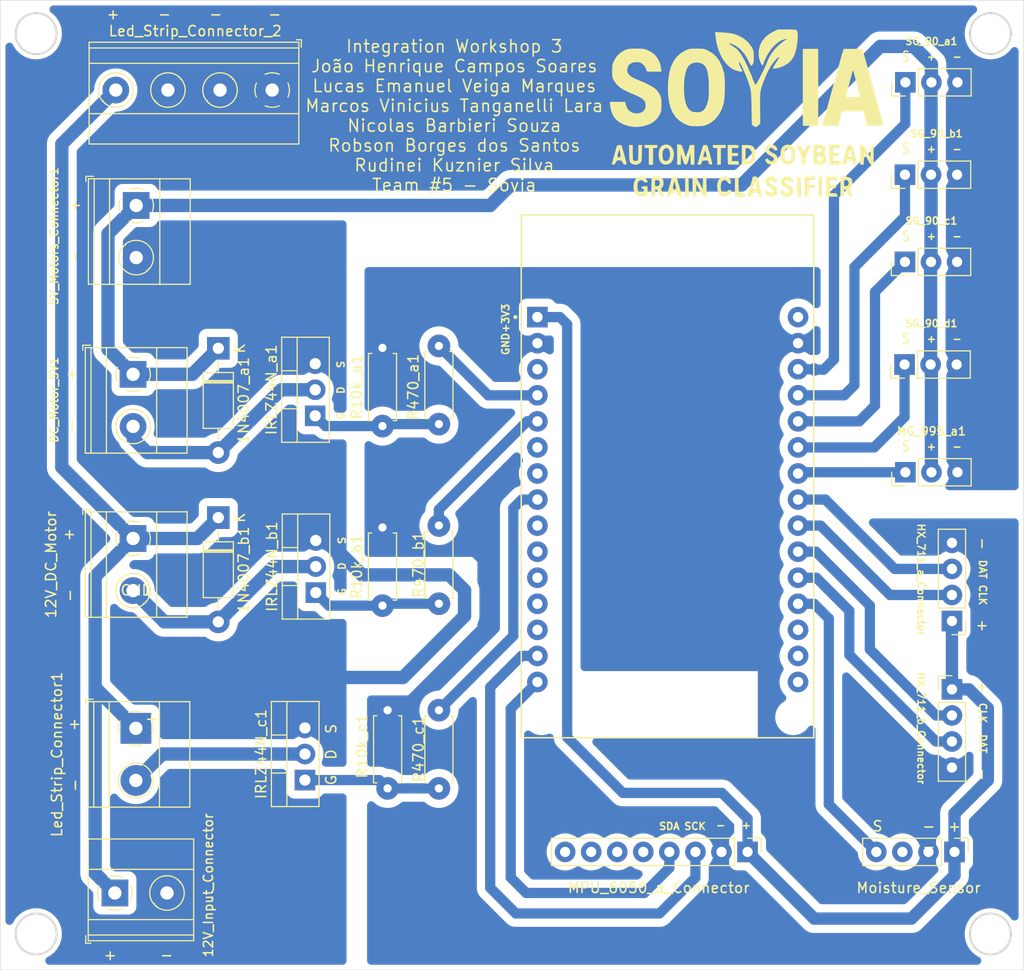
<source format=kicad_pcb>
(kicad_pcb (version 20240108) (generator "pcbnew") (generator_version "8.0")
  (layers (0 "F.Cu" signal) (31 "B.Cu" signal) (34 "B.Paste" user) (35 "F.Paste" user) (36 "B.SilkS" user "B.Silkscreen") (37 "F.SilkS" user "F.Silkscreen") (38 "B.Mask" user) (39 "F.Mask" user) (44 "Edge.Cuts" user))
  (net 0 "")
  (net 1 "GND")
  (net 2 "+3V3")
  (net 3 "+5V_Motors")
  (net 4 "+12V")
  (net 5 "Moisture_Sensor_Pin")
  (net 6 "SCK")
  (net 7 "SDA")
  (net 10 "PWM_Pin_SG_90_a")
  (net 11 "PWM_Pin_SG_90_b")
  (net 12 "PWM_Pin_SG_90_c")
  (net 13 "PWM_Pin_SG_90_d")
  (net 14 "PWM_Pin_MG_995_a")
  (net 18 "Control_Signal_Pin_5V_DC_Motor")
  (net 19 "Control_Signal_Pin_12V_DC_Motor")
  (net 20 "Control_Signal_Led_Strip_Pin")
  (net 21 "HX711_a_Clk_Pin")
  (net 23 "HX711_b_Clk_Pin")
  (net 24 "HX711_a_Dat_Pin")
  (net 25 "HX711_b_Dat_Pin")
  (net 37 "Net-(IRLZ44N_a1-G)")
  (net 38 "Net-(IRLZ44N_b1-G)")
  (net 39 "Net-(1N4007_a1-A)")
  (net 40 "Net-(1N4007_b1-A)")
  (net 41 "Net-(IRLZ44N_c1-D)")
  (net 42 "Net-(IRLZ44N_c1-G)")
  (net 43 "GND_Logic")
  (footprint "Diode_THT:D_DO-41_SOD81_P10.16mm_Horizontal" (layer "F.Cu") (at 90.5 80.92 -90)
    (property "Reference" "1N4007_b1")
    (property "Value" "1N4007" (hide yes))
  )
  (footprint "LOGO" (layer "F.Cu") (at 142.121977 42.802577)
    (property "Reference" "G***" (hide yes))
    (property "Value" "LOGO" (hide yes))
  )
  (footprint "Connector_PinHeader_2.54mm:PinHeader_1x03_P2.54mm_Vertical" (layer "F.Cu") (at 157.46 38.5 90)
    (property "Reference" "SG_90_a1")
    (property "Value" "SG_90_a" (hide yes))
  )
  (footprint "Resistor_THT:R_Axial_DIN0207_L6.3mm_D2.5mm_P7.62mm_Horizontal" (layer "F.Cu") (at 112 99.69 -90)
    (property "Reference" "R1" (hide yes))
    (property "Value" "R470_c" (hide yes))
  )
  (footprint "Resistor_THT:R_Axial_DIN0207_L6.3mm_D2.5mm_P7.62mm_Horizontal" (layer "F.Cu") (at 106.5 81.88 -90)
    (property "Reference" "R10k_b1")
    (property "Value" "10k" (hide yes))
  )
  (footprint "Resistor_THT:R_Axial_DIN0207_L6.3mm_D2.5mm_P7.62mm_Horizontal" (layer "F.Cu") (at 112 81.69 -90)
    (property "Reference" "R470_b1")
    (property "Value" "470" (hide yes))
  )
  (footprint "Package_TO_SOT_THT:TO-220-3_Vertical" (layer "F.Cu") (at 98.945 106.5 90)
    (property "Reference" "IRLZ44N_c1")
    (property "Value" "IRLZ44N" (hide yes))
  )
  (footprint "Connector_PinHeader_2.54mm:PinHeader_1x03_P2.54mm_Vertical" (layer "F.Cu") (at 157.42 56 90)
    (property "Reference" "SG_90_c1")
    (property "Value" "SG_90_c" (hide yes))
  )
  (footprint "TerminalBlock_Phoenix:TerminalBlock_Phoenix_MKDS-1,5-2-5.08_1x02_P5.08mm_Horizontal" (layer "F.Cu") (at 82.195 82.955 -90)
    (property "Reference" "DC_Motor_12V1" (hide yes))
    (property "Value" "DC_Motor_12V" (hide yes))
  )
  (footprint "Connector_PinHeader_2.54mm:PinHeader_1x08_P2.54mm_Vertical" (layer "F.Cu") (at 142.08 113.5 -90)
    (property "Reference" "MPU_6050_a1" (hide yes))
    (property "Value" "MPU_6050_a" (hide yes))
  )
  (footprint "ESP32-DEVKIT-V1:MODULE_ESP32_DEVKIT_V1" (layer "F.Cu") (at 134.3 76.895)
    (property "Reference" "ESP32-DEVKIT-V1" (hide yes))
    (property "Value" "ESP32-DEVKIT-V1")
  )
  (footprint "Connector_PinHeader_2.54mm:PinHeader_1x04_P2.54mm_Vertical" (layer "F.Cu") (at 162 91 180)
    (property "Reference" "HX711_a_Connector1" (hide yes))
    (property "Value" "HX711_a_Connector" (hide yes))
  )
  (footprint "Connector_PinHeader_2.54mm:PinHeader_1x03_P2.54mm_Vertical" (layer "F.Cu") (at 157.46 76.5 90)
    (property "Reference" "MG_995_a1")
    (property "Value" "MG_995_a" (hide yes))
  )
  (footprint "Connector_PinHeader_2.54mm:PinHeader_1x03_P2.54mm_Vertical" (layer "F.Cu") (at 157.42 47.5 90)
    (property "Reference" "SG_90_b1")
    (property "Value" "SG_90_b" (hide yes))
  )
  (footprint "TerminalBlock_Phoenix:TerminalBlock_Phoenix_MKDS-1,5-2-5.08_1x02_P5.08mm_Horizontal" (layer "F.Cu") (at 80.42 117.5)
    (property "Reference" "12V_Connector1" (hide yes))
    (property "Value" "12V_Connector" (hide yes))
  )
  (footprint "TerminalBlock_Phoenix:TerminalBlock_Phoenix_MKDS-1,5-2-5.08_1x02_P5.08mm_Horizontal" (layer "F.Cu") (at 82.465 101.455 -90)
    (property "Reference" "Led_Strip_Connector1")
    (property "Value" "Led_Strip_Connector" (hide yes))
  )
  (footprint "Resistor_THT:R_Axial_DIN0207_L6.3mm_D2.5mm_P7.62mm_Horizontal" (layer "F.Cu") (at 107 99.69 -90)
    (property "Reference" "R10k_c1")
    (property "Value" "10k" (hide yes))
  )
  (footprint "Connector_PinHeader_2.54mm:PinHeader_1x04_P2.54mm_Vertical" (layer "F.Cu") (at 162 97.66)
    (property "Reference" "HX711_b_Connector1" (hide yes))
    (property "Value" "HX711_b_Connector" (hide yes))
  )
  (footprint "Package_TO_SOT_THT:TO-220-3_Vertical" (layer "F.Cu") (at 99.945 71 90)
    (property "Reference" "IRLZ44N_a1")
    (property "Value" "IRLZ44N" (hide yes))
  )
  (footprint "Resistor_THT:R_Axial_DIN0207_L6.3mm_D2.5mm_P7.62mm_Horizontal" (layer "F.Cu") (at 106.5 64.38 -90)
    (property "Reference" "R10k_a1")
    (property "Value" "10k" (hide yes))
  )
  (footprint "Connector_PinHeader_2.54mm:PinHeader_1x04_P2.54mm_Vertical" (layer "F.Cu") (at 162.25 113.5 -90)
    (property "Reference" "Moisture_Sensor1" (hide yes))
    (property "Value" "Moisture_Sensor" (hide yes))
  )
  (footprint "Resistor_THT:R_Axial_DIN0207_L6.3mm_D2.5mm_P7.62mm_Horizontal" (layer "F.Cu") (at 112 64.19 -90)
    (property "Reference" "R470_a1")
    (property "Value" "470" (hide yes))
  )
  (footprint "TerminalBlock_Phoenix:TerminalBlock_Phoenix_MKDS-1,5-4-5.08_1x04_P5.08mm_Horizontal" (layer "F.Cu") (at 95.75 39.25 180)
    (property "Reference" "Led_Strip_Connector_2")
    (property "Value" "Led_Strip_Connector_2")
  )
  (footprint "Connector_PinHeader_2.54mm:PinHeader_1x03_P2.54mm_Vertical" (layer "F.Cu") (at 157.38 66 90)
    (property "Reference" "SG_90_d1")
    (property "Value" "SG_90_d" (hide yes))
  )
  (footprint "Package_TO_SOT_THT:TO-220-3_Vertical" (layer "F.Cu") (at 100 88.23 90)
    (property "Reference" "IRLZ44N_b1")
    (property "Value" "IRLZ44N" (hide yes))
  )
  (footprint "TerminalBlock_Phoenix:TerminalBlock_Phoenix_MKDS-1,5-2-5.08_1x02_P5.08mm_Horizontal" (layer "F.Cu") (at 82.5 50.5 -90)
    (property "Reference" "5V_Motors_Connector1")
    (property "Value" "5V_Motors_Connector" (hide yes))
  )
  (footprint "TerminalBlock_Phoenix:TerminalBlock_Phoenix_MKDS-1,5-2-5.08_1x02_P5.08mm_Horizontal" (layer "F.Cu") (at 82.195 66.955 -90)
    (property "Reference" "DC_Motor_5V1")
    (property "Value" "DC_Motor_5V" (hide yes))
  )
  (footprint "Diode_THT:D_DO-41_SOD81_P10.16mm_Horizontal" (layer "F.Cu") (at 90.5 64.42 -90)
    (property "Reference" "1N4007_a1")
    (property "Value" "1N4007" (hide yes))
  )
  (gr_circle (center 165.75 33.75) (end 167.75 33.75) (stroke (width 0.2)) (fill none) (layer "Edge.Cuts"))
  (gr_circle (center 72.75 33.75) (end 74.75 33.75) (stroke (width 0.2)) (fill none) (layer "Edge.Cuts"))
  (gr_rect (start 69.25 30.5) (end 169 125) (stroke (width 0.05)) (fill none) (layer "Edge.Cuts"))
  (gr_circle (center 72.75 121.5) (end 74.75 121.5) (stroke (width 0.2)) (fill none) (layer "Edge.Cuts"))
  (gr_circle (center 165.75 121.5) (end 167.75 121.5) (stroke (width 0.2)) (fill none) (layer "Edge.Cuts"))
  (gr_text "SCK\n" (at 136.96 111 0) (layer "F.SilkS") (effects (font (size 0.7 0.7))))
  (gr_text "+" (at 160 63.5 0) (layer "F.SilkS") (effects (font (size 0.7 0.7))))
  (gr_text "+" (at 160 53.5 0) (layer "F.SilkS") (effects (font (size 0.7 0.7))))
  (gr_text "-\n" (at 159.75 113 0) (layer "F.SilkS") (effects (font (size 1 1))))
  (gr_text "CLK" (at 165 88.46 270) (layer "F.SilkS") (effects (font (size 0.7 0.7))))
  (gr_text "+" (at 141.96 111 180) (layer "F.SilkS") (effects (font (size 0.7 0.7))))
  (gr_text "+\n" (at 80.25 32 180) (layer "F.SilkS") (effects (font (size 1 1))))
  (gr_text "-\n" (at 159.75 111 0) (layer "F.SilkS") (effects (font (size 1 1))))
  (gr_text "S" (at 102.445 66 90) (layer "F.SilkS") (effects (font (size 0.7 0.7))))
  (gr_text "DAT" (at 165 102.96 270) (layer "F.SilkS") (effects (font (size 0.7 0.7))))
  (gr_text "GND" (at 118.5 64 90) (layer "F.SilkS") (effects (font (size 0.7 0.7))))
  (gr_text "HX_711_a_Connector\n" (at 159 86.96 270) (layer "F.SilkS") (effects (font (size 0.7 0.7))))
  (gr_text "-" (at 84 106.5 90) (layer "F.SilkS") (effects (font (size 1 1))))
  (gr_text "+" (at 76 82.5 0) (layer "F.SilkS") (effects (font (size 1 1))))
  (gr_text "D" (at 102.555 85.65 90) (layer "F.SilkS") (effects (font (size 0.7 0.7))))
  (gr_text "+" (at 84 100.5 0) (layer "F.SilkS") (effects (font (size 1 1))))
  (gr_text "-" (at 162.5 36 0) (layer "F.SilkS") (effects (font (size 0.7 0.7))))
  (gr_text "-\n" (at 165 83.46 270) (layer "F.SilkS") (effects (font (size 1 1))))
  (gr_text "S" (at 157.5 74 0) (layer "F.SilkS") (effects (font (size 1 0.7))))
  (gr_text "+" (at 165 91.46 270) (layer "F.SilkS") (effects (font (size 1 1))))
  (gr_text "SDA" (at 134.46 111 0) (layer "F.SilkS") (effects (font (size 0.7 0.7))))
  (gr_text "S" (at 154.75 111 0) (layer "F.SilkS") (effects (font (size 1 1))))
  (gr_text "G" (at 102.445 71 90) (layer "F.SilkS") (effects (font (size 0.7 0.7))))
  (gr_text "-" (at 85.465 123.695 180) (layer "F.SilkS") (effects (font (size 1 1))))
  (gr_text "+" (at 160 36 0) (layer "F.SilkS") (effects (font (size 0.7 0.7))))
  (gr_text "+\n" (at 76.195 66.955 90) (layer "F.SilkS") (effects (font (size 1 1))))
  (gr_text "GND" (at 82.5 88 0) (layer "F.SilkS") (effects (font (size 1 1))))
  (gr_text "-" (at 162.5 63.5 0) (layer "F.SilkS") (effects (font (size 0.7 0.7))))
  (gr_text "S" (at 101.5 101.5 90) (layer "F.SilkS") (effects (font (size 1 1))))
  (gr_text "S" (at 157.5 63.5 0) (layer "F.SilkS") (effects (font (size 1 0.7))))
  (gr_text "D" (at 102.445 68.5 90) (layer "F.SilkS") (effects (font (size 0.7 0.7))))
  (gr_text "+" (at 76.5 101 0) (layer "F.SilkS") (effects (font (size 1 1))))
  (gr_text "S" (at 157.5 45 0) (layer "F.SilkS") (effects (font (size 1 0.7))))
  (gr_text "-" (at 90.25 32 180) (layer "F.SilkS") (effects (font (size 1 1))))
  (gr_text "R470_c1" (at 110 103.5 90) (layer "F.SilkS") (effects (font (size 1 1))))
  (gr_text "D" (at 101.5 104 90) (layer "F.SilkS") (effects (font (size 1 1))))
  (gr_text "-" (at 162.5 74 0) (layer "F.SilkS") (effects (font (size 0.7 0.7))))
  (gr_text "MPU_6050_a_Connector\n" (at 133.42 117 0) (layer "F.SilkS") (effects (font (size 1 1))))
  (gr_text "S" (at 157.5 36 0) (layer "F.SilkS") (effects (font (size 1 0.7))))
  (gr_text "+" (at 165 97.46 270) (layer "F.SilkS") (effects (font (size 1 1))))
  (gr_text "+3V3\n" (at 118.5 61.5 90) (layer "F.SilkS") (effects (font (size 0.7 0.7))))
  (gr_text "12V_DC_Motor\n\n" (at 75 85.5 90) (layer "F.SilkS") (effects (font (size 1 1))))
  (gr_text "-" (at 162.5 45 0) (layer "F.SilkS") (effects (font (size 0.7 0.7))))
  (gr_text "+" (at 160 74 0) (layer "F.SilkS") (effects (font (size 0.7 0.7))))
  (gr_text "-" (at 162.5 53.5 0) (layer "F.SilkS") (effects (font (size 0.7 0.7))))
  (gr_text "Integration Workshop 3\nJoão Henrique Campos Soares\nLucas Emanuel Veiga Marques\nMarcos Vinicius Tanganelli Lara\nNicolas Barbieri Souza\nRobson Borges dos Santos\nRudinei Kuznier Silva\nTeam #5 - Soyia" (at 113.5 41.75 0) (layer "F.SilkS") (effects (font (size 1.2 1.2))))
  (gr_text "-" (at 76.195 71.955 90) (layer "F.SilkS") (effects (font (size 1 1))))
  (gr_text "G" (at 102.555 88.15 90) (layer "F.SilkS") (effects (font (size 0.7 0.7))))
  (gr_text "-\n" (at 139.46 111 180) (layer "F.SilkS") (effects (font (size 0.7 0.7))))
  (gr_text "-" (at 96 32 180) (layer "F.SilkS") (effects (font (size 1 1))))
  (gr_text "12V_Input_Connector\n\n" (at 90.25 116.75 90) (layer "F.SilkS") (effects (font (size 0.9 0.9))))
  (gr_text "-\n" (at 165 105.96 270) (layer "F.SilkS") (effects (font (size 1 1))))
  (gr_text "Moisture_Sensor" (at 158.75 117 0) (layer "F.SilkS") (effects (font (size 1 1))))
  (gr_text "+" (at 79.965 123.695 180) (layer "F.SilkS") (effects (font (size 1 1))))
  (gr_text "DAT" (at 165 85.96 270) (layer "F.SilkS") (effects (font (size 0.7 0.7))))
  (gr_text "+" (at 160 45 0) (layer "F.SilkS") (effects (font (size 0.7 0.7))))
  (gr_text "-" (at 85.25 32 180) (layer "F.SilkS") (effects (font (size 1 1))))
  (gr_text "HX_711_b_Connector\n" (at 159 101.46 270) (layer "F.SilkS") (effects (font (size 0.7 0.7))))
  (gr_text "S" (at 102.555 83.15 90) (layer "F.SilkS") (effects (font (size 0.7 0.7))))
  (gr_text "S" (at 157.5 53.5 0) (layer "F.SilkS") (effects (font (size 1 0.7))))
  (gr_text "-" (at 76.5 107 90) (layer "F.SilkS") (effects (font (size 1 1))))
  (gr_text "G" (at 101.5 106.5 90) (layer "F.SilkS") (effects (font (size 1 1))))
  (gr_text "CLK" (at 165 99.96 270) (layer "F.SilkS") (effects (font (size 0.7 0.7))))
  (gr_text "-" (at 76.5 55.5 90) (layer "F.SilkS") (effects (font (size 1 1))))
  (gr_text "+\n" (at 76.5 50.5 90) (layer "F.SilkS") (effects (font (size 1 1))))
  (gr_text "+\n" (at 162.25 111 0) (layer "F.SilkS") (effects (font (size 1 1))))
  (gr_text "-" (at 76 88.5 90) (layer "F.SilkS") (effects (font (size 1 1))))
  (segment (start 162.46 56.04) (end 162.5 56) (width 1.7) (layer "B.Cu") (net 1))
  (segment (start 108.5 96.5) (end 102 96.5) (width 1.3) (layer "B.Cu") (net 1))
  (segment (start 114.5 90.5) (end 108.5 96.5) (width 1.3) (layer "B.Cu") (net 1))
  (segment (start 162.54 47.46) (end 162.5 47.5) (width 1.7) (layer "B.Cu") (net 1))
  (segment (start 162.46 76.42) (end 162.54 76.5) (width 1.7) (layer "B.Cu") (net 1))
  (segment (start 101.15 83.15) (end 104.5 86.5) (width 1.3) (layer "B.Cu") (net 1))
  (segment (start 104.5 86.5) (end 113 86.5) (width 1.3) (layer "B.Cu") (net 1))
  (segment (start 98.945 99.555) (end 98.945 101.42) (width 1.3) (layer "B.Cu") (net 1))
  (segment (start 102 96.5) (end 98.945 99.555) (width 1.3) (layer "B.Cu") (net 1))
  (segment (start 162.5 65.96) (end 162.46 66) (width 1.7) (layer "B.Cu") (net 1))
  (segment (start 100 83.15) (end 101.15 83.15) (width 1.5) (layer "B.Cu") (net 1))
  (segment (start 113 86.5) (end 114.5 88) (width 1.3) (layer "B.Cu") (net 1))
  (segment (start 162.62 76.42) (end 162.54 76.5) (width 1.7) (layer "B.Cu") (net 1))
  (segment (start 114.5 88) (end 114.5 90.5) (width 1.3) (layer "B.Cu") (net 1))
  (segment (start 123.8 61.38) (end 124.5 62.08) (width 1) (layer "B.Cu") (net 2))
  (segment (start 142.08 113.5) (end 148.58 120) (width 1.2) (layer "B.Cu") (net 2))
  (segment (start 158.05 120) (end 162.25 115.8) (width 1.2) (layer "B.Cu") (net 2))
  (segment (start 124.5 102.328528) (end 129.921472 107.75) (width 1) (layer "B.Cu") (net 2))
  (segment (start 165.5 106.5) (end 165.5 99.5) (width 1.2) (layer "B.Cu") (net 2))
  (segment (start 142.08 110.248528) (end 142.08 113.5) (width 1) (layer "B.Cu") (net 2))
  (segment (start 139.581472 107.75) (end 142.08 110.248528) (width 1) (layer "B.Cu") (net 2))
  (segment (start 162 97.66) (end 162 91) (width 1.2) (layer "B.Cu") (net 2))
  (segment (start 148.58 120) (end 158.05 120) (width 1.2) (layer "B.Cu") (net 2))
  (segment (start 163.66 97.66) (end 162 97.66) (width 1.2) (layer "B.Cu") (net 2))
  (segment (start 124.5 62.08) (end 124.5 102.328528) (width 1) (layer "B.Cu") (net 2))
  (segment (start 162.25 115.8) (end 162.25 113.5) (width 1.2) (layer "B.Cu") (net 2))
  (segment (start 162.25 113.5) (end 162.25 109.75) (width 1.2) (layer "B.Cu") (net 2))
  (segment (start 162.25 109.75) (end 165.5 106.5) (width 1.2) (layer "B.Cu") (net 2))
  (segment (start 121.6 61.38) (end 123.8 61.38) (width 1) (layer "B.Cu") (net 2))
  (segment (start 165.5 99.5) (end 163.66 97.66) (width 1.2) (layer "B.Cu") (net 2))
  (segment (start 129.921472 107.75) (end 139.581472 107.75) (width 1) (layer "B.Cu") (net 2))
  (segment (start 82.195 66.955) (end 87.965 66.955) (width 1.3) (layer "B.Cu") (net 3))
  (segment (start 141.5 48.5) (end 155 35) (width 1.3) (layer "B.Cu") (net 3))
  (segment (start 160 76.5) (end 160 66.08) (width 1.3) (layer "B.Cu") (net 3))
  (segment (start 160 36.74) (end 160 38.5) (width 1.3) (layer "B.Cu") (net 3))
  (segment (start 119 48.5) (end 141.5 48.5) (width 1.3) (layer "B.Cu") (net 3))
  (segment (start 159.96 46) (end 159.96 38.54) (width 1.3) (layer "B.Cu") (net 3))
  (segment (start 82.5 50.5) (end 79.75 53.25) (width 1.3) (layer "B.Cu") (net 3))
  (segment (start 155 35) (end 158.26 35) (width 1.3) (layer "B.Cu") (net 3))
  (segment (start 159.96 38.54) (end 160 38.5) (width 1.7) (layer "B.Cu") (net 3))
  (segment (start 79.75 53.25) (end 79.75 64.51) (width 1.3) (layer "B.Cu") (net 3))
  (segment (start 158.26 35) (end 160 36.74) (width 1.3) (layer "B.Cu") (net 3))
  (segment (start 82.5 50.5) (end 117 50.5) (width 1.3) (layer "B.Cu") (net 3))
  (segment (start 159.92 66) (end 159.92 56.04) (width 1.3) (layer "B.Cu") (net 3))
  (segment (start 87.965 66.955) (end 90.5 64.42) (width 1.3) (layer "B.Cu") (net 3))
  (segment (start 117 50.5) (end 119 48.5) (width 1.3) (layer "B.Cu") (net 3))
  (segment (start 160 66.08) (end 159.92 66) (width 1.7) (layer "B.Cu") (net 3))
  (segment (start 159.92 56.04) (end 159.96 56) (width 1.7) (layer "B.Cu") (net 3))
  (segment (start 159.96 56) (end 159.96 46) (width 1.3) (layer "B.Cu") (net 3))
  (segment (start 79.75 64.51) (end 82.195 66.955) (width 1.3) (layer "B.Cu") (net 3))
  (segment (start 82.195 82.955) (end 88.465 82.955) (width 1.3) (layer "B.Cu") (net 4))
  (segment (start 75.25 76.01) (end 75.25 44.51) (width 1.3) (layer "B.Cu") (net 4))
  (segment (start 80.42 117.5) (end 78.5 115.58) (width 1.3) (layer "B.Cu") (net 4))
  (segment (start 75.25 44.51) (end 80.51 39.25) (width 1.3) (layer "B.Cu") (net 4))
  (segment (start 82.195 82.955) (end 75.25 76.01) (width 1.3) (layer "B.Cu") (net 4))
  (segment (start 82.465 101.455) (end 78.5 97.49) (width 1.3) (layer "B.Cu") (net 4))
  (segment (start 78.5 86.65) (end 82.195 82.955) (width 1.3) (layer "B.Cu") (net 4))
  (segment (start 88.465 82.955) (end 90.5 80.92) (width 1.3) (layer "B.Cu") (net 4))
  (segment (start 78.5 115.58) (end 78.5 97.49) (width 1.3) (layer "B.Cu") (net 4))
  (segment (start 78.5 97.49) (end 78.5 86.65) (width 1.3) (layer "B.Cu") (net 4))
  (segment (start 150 108.87) (end 154.63 113.5) (width 1) (layer "B.Cu") (net 5))
  (segment (start 150 90.764366) (end 150 108.87) (width 1) (layer "B.Cu") (net 5))
  (segment (start 147 89.32) (end 148.555634 89.32) (width 1) (layer "B.Cu") (net 5))
  (segment (start 148.555634 89.32) (end 150 90.764366) (width 1) (layer "B.Cu") (net 5))
  (segment (start 154.63 113.5) (end 154.63 113.25) (width 1.2) (layer "B.Cu") (net 5))
  (segment (start 117 97.444366) (end 117 117) (width 1) (layer "B.Cu") (net 6))
  (segment (start 120.044366 94.4) (end 117 97.444366) (width 1) (layer "B.Cu") (net 6))
  (segment (start 119.5 119.5) (end 133.5 119.5) (width 1) (layer "B.Cu") (net 6))
  (segment (start 121.6 94.4) (end 120.044366 94.4) (width 1) (layer "B.Cu") (net 6))
  (segment (start 137 116) (end 137 113.5) (width 1) (layer "B.Cu") (net 6))
  (segment (start 133.5 119.5) (end 137 116) (width 1) (layer "B.Cu") (net 6))
  (segment (start 117 117) (end 119.5 119.5) (width 1) (layer "B.Cu") (net 6))
  (segment (start 121.6 96.94) (end 119 99.54) (width 1) (layer "B.Cu") (net 7))
  (segment (start 132.015634 117.5) (end 134.46 115.055634) (width 1) (layer "B.Cu") (net 7))
  (segment (start 119 99.54) (end 119 116) (width 1) (layer "B.Cu") (net 7))
  (segment (start 134.46 115.055634) (end 134.46 113.5) (width 1) (layer "B.Cu") (net 7))
  (segment (start 120.5 117.5) (end 132.015634 117.5) (width 1) (layer "B.Cu") (net 7))
  (segment (start 119 116) (end 120.5 117.5) (width 1) (layer "B.Cu") (net 7))
  (segment (start 150.5 65.5) (end 150.5 49.5) (width 1) (layer "B.Cu") (net 10))
  (segment (start 148.555634 66.46) (end 148.595634 66.5) (width 1.2) (layer "B.Cu") (net 10))
  (segment (start 149.5 66.5) (end 150.5 65.5) (width 1) (layer "B.Cu") (net 10))
  (segment (start 150.5 49.5) (end 157.46 42.54) (width 1) (layer "B.Cu") (net 10))
  (segment (start 147 66.46) (end 148.555634 66.46) (width 1) (layer "B.Cu") (net 10))
  (segment (start 157.46 42.54) (end 157.46 38.5) (width 1) (layer "B.Cu") (net 10))
  (segment (start 148.595634 66.5) (end 149.5 66.5) (width 1) (layer "B.Cu") (net 10))
  (segment (start 147 69) (end 151.5 69) (width 1) (layer "B.Cu") (net 11))
  (segment (start 151.5 69) (end 152.5 68) (width 1) (layer "B.Cu") (net 11))
  (segment (start 157.42 51.58) (end 157.42 47.5) (width 1) (layer "B.Cu") (net 11))
  (segment (start 152.5 56.5) (end 157.42 51.58) (width 1) (layer "B.Cu") (net 11))
  (segment (start 152.5 68) (end 152.5 56.5) (width 1) (layer "B.Cu") (net 11))
  (segment (start 152.96 71.54) (end 154.5 70) (width 1) (layer "B.Cu") (net 12))
  (segment (start 154.5 58.92) (end 157.42 56) (width 1) (layer "B.Cu") (net 12))
  (segment (start 154.5 70) (end 154.5 58.92) (width 1) (layer "B.Cu") (net 12))
  (segment (start 147 71.54) (end 152.96 71.54) (width 1) (layer "B.Cu") (net 12))
  (segment (start 154.42 74.08) (end 147 74.08) (width 1) (layer "B.Cu") (net 13))
  (segment (start 157.38 71.12) (end 154.42 74.08) (width 1) (layer "B.Cu") (net 13))
  (segment (start 147.08 74) (end 147 74.08) (width 1.2) (layer "B.Cu") (net 13))
  (segment (start 157.38 66) (end 157.38 71.12) (width 1) (layer "B.Cu") (net 13))
  (segment (start 147.12 76.5) (end 147 76.62) (width 1.2) (layer "B.Cu") (net 14))
  (segment (start 157.46 76.5) (end 147.12 76.5) (width 1) (layer "B.Cu") (net 14))
  (segment (start 112 64.19) (end 116.81 69) (width 1) (layer "B.Cu") (net 18))
  (segment (start 116.81 69) (end 121.6 69) (width 1) (layer "B.Cu") (net 18))
  (segment (start 121.6 69) (end 121.747006 69) (width 1.2) (layer "B.Cu") (net 18))
  (segment (start 120.594366 71.54) (end 121.6 71.54) (width 1) (layer "B.Cu") (net 19))
  (segment (start 112 81.69) (end 112 80.134366) (width 1) (layer "B.Cu") (net 19))
  (segment (start 112 80.134366) (end 120.594366 71.54) (width 1) (layer "B.Cu") (net 19))
  (segment (start 119.25 80) (end 120.09 79.16) (width 1) (layer "B.Cu") (net 20))
  (segment (start 112 99.69) (end 119.25 92.44) (width 1) (layer "B.Cu") (net 20))
  (segment (start 120.09 79.16) (end 121.6 79.16) (width 1) (layer "B.Cu") (net 20))
  (segment (start 119.25 92.44) (end 119.25 80) (width 1) (layer "B.Cu") (net 20))
  (segment (start 121.57 79.19) (end 121.6 79.16) (width 1.2) (layer "B.Cu") (net 20))
  (segment (start 155.96 88.46) (end 149.2 81.7) (width 1) (layer "B.Cu") (net 21))
  (segment (start 162 88.46) (end 155.96 88.46) (width 1) (layer "B.Cu") (net 21))
  (segment (start 149.2 81.7) (end 147 81.7) (width 1) (layer "B.Cu") (net 21))
  (segment (start 160.444366 100.2) (end 154 93.755634) (width 1) (layer "B.Cu") (net 23))
  (segment (start 154 93.755634) (end 154 89.5) (width 1) (layer "B.Cu") (net 23))
  (segment (start 148.74 84.24) (end 147 84.24) (width 1) (layer "B.Cu") (net 23))
  (segment (start 154 89.5) (end 148.74 84.24) (width 1) (layer "B.Cu") (net 23))
  (segment (start 162 100.2) (end 160.444366 100.2) (width 1) (layer "B.Cu") (net 23))
  (segment (start 149.66 79.16) (end 147 79.16) (width 1) (layer "B.Cu") (net 24))
  (segment (start 162 85.92) (end 156.42 85.92) (width 1) (layer "B.Cu") (net 24))
  (segment (start 156.42 85.92) (end 149.66 79.16) (width 1) (layer "B.Cu") (net 24))
  (segment (start 160.444366 102.74) (end 152 94.295634) (width 1) (layer "B.Cu") (net 25))
  (segment (start 148.78 86.78) (end 147 86.78) (width 1) (layer "B.Cu") (net 25))
  (segment (start 152 90) (end 148.78 86.78) (width 1) (layer "B.Cu") (net 25))
  (segment (start 162 102.74) (end 160.444366 102.74) (width 1) (layer "B.Cu") (net 25))
  (segment (start 152 94.295634) (end 152 90) (width 1) (layer "B.Cu") (net 25))
  (segment (start 106.69 71.81) (end 106.5 72) (width 1.2) (layer "B.Cu") (net 37))
  (segment (start 111.81 72) (end 112 71.81) (width 1.2) (layer "B.Cu") (net 37))
  (segment (start 112 71.81) (end 106.69 71.81) (width 1) (layer "B.Cu") (net 37))
  (segment (start 106.5 72) (end 100.945 72) (width 1) (layer "B.Cu") (net 37))
  (segment (start 100.945 72) (end 99.945 71) (width 1) (layer "B.Cu") (net 37))
  (segment (start 106.5 89.5) (end 101.27 89.5) (width 1) (layer "B.Cu") (net 38))
  (segment (start 112 89.31) (end 106.69 89.31) (width 1) (layer "B.Cu") (net 38))
  (segment (start 106.69 89.31) (end 106.5 89.5) (width 1.2) (layer "B.Cu") (net 38))
  (segment (start 101.27 89.5) (end 100 88.23) (width 1) (layer "B.Cu") (net 38))
  (segment (start 111.81 89.5) (end 112 89.31) (width 1.2) (layer "B.Cu") (net 38))
  (segment (start 83.58 74.58) (end 90.5 74.58) (width 1.3) (layer "B.Cu") (net 39))
  (segment (start 96.62 68.46) (end 90.5 74.58) (width 1.3) (layer "B.Cu") (net 39))
  (segment (start 82.195 72.035) (end 82.195 73.195) (width 1.3) (layer "B.Cu") (net 39))
  (segment (start 82.195 73.195) (end 83.58 74.58) (width 1.3) (layer "B.Cu") (net 39))
  (segment (start 99.945 68.46) (end 96.62 68.46) (width 1.3) (layer "B.Cu") (net 39))
  (segment (start 82 88.23) (end 82.195 88.035) (width 1.7) (layer "B.Cu") (net 40))
  (segment (start 85.24 91.08) (end 82.195 88.035) (width 1.3) (layer "B.Cu") (net 40))
  (segment (start 100 85.69) (end 95.89 85.69) (width 1.3) (layer "B.Cu") (net 40))
  (segment (start 90.5 91.08) (end 85.24 91.08) (width 1.3) (layer "B.Cu") (net 40))
  (segment (start 95.89 85.69) (end 90.5 91.08) (width 1.3) (layer "B.Cu") (net 40))
  (segment (start 82.465 106.535) (end 85.04 103.96) (width 1.3) (layer "B.Cu") (net 41))
  (segment (start 85.04 103.96) (end 98.945 103.96) (width 1.3) (layer "B.Cu") (net 41))
  (segment (start 106.19 106.5) (end 107 107.31) (width 1) (layer "B.Cu") (net 42))
  (segment (start 107 107.31) (end 112 107.31) (width 1) (layer "B.Cu") (net 42))
  (segment (start 98.945 106.5) (end 106.19 106.5) (width 1) (layer "B.Cu") (net 42))
  (segment (start 162 105.46) (end 162 105.28) (width 1.7) (layer "B.Cu") (net 43))
  (zone (net 1) (net_name "GND") (layer "B.Cu") (priority 1) (connect_pads yes (clearance 0.8)) (min_thickness 0.8) (fill yes (thermal_gap 0.8) (thermal_bridge_width 0.8))
    (polygon (pts (xy 169 78.25) (xy 155.75 78.25) (xy 155.75 51.75) (xy 103 51.75) (xy 103 125) (xy 69.25 125) (xy 69.25 30.5) (xy 169 30.5)))
  )
  (zone (net 43) (net_name "GND_Logic") (layer "B.Cu") (connect_pads yes (clearance 0.8)) (min_thickness 0.8) (fill yes (thermal_gap 0.8) (thermal_bridge_width 0.8))
    (polygon (pts (xy 105 125) (xy 105 98.25) (xy 109 98.25) (xy 115.75 91.5) (xy 115.75 85.25) (xy 115.25 84.75) (xy 104.75 84.75) (xy 104.75 56.5) (xy 153 56.5) (xy 153 81) (xy 169 81) (xy 169 125)))
  )
)
</source>
